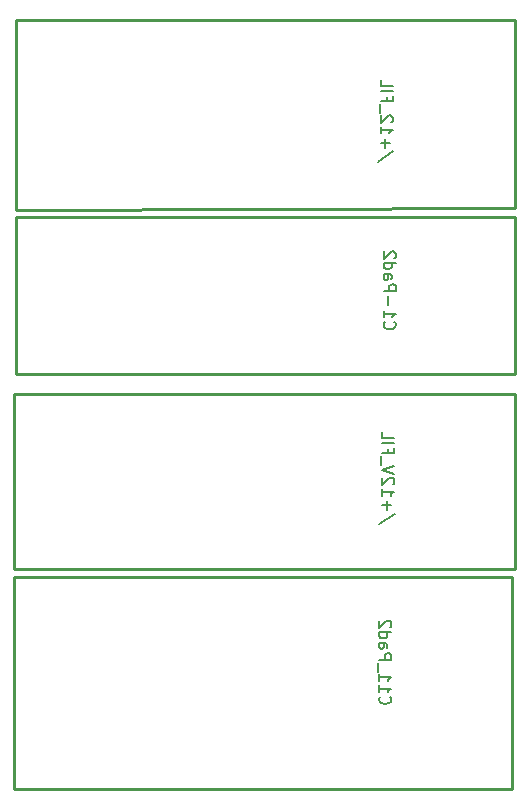
<source format=gbo>
%TF.GenerationSoftware,KiCad,Pcbnew,(6.0.1)*%
%TF.CreationDate,2022-11-04T14:47:35-07:00*%
%TF.ProjectId,TxRev3a,54785265-7633-4612-9e6b-696361645f70,rev?*%
%TF.SameCoordinates,Original*%
%TF.FileFunction,Legend,Bot*%
%TF.FilePolarity,Positive*%
%FSLAX46Y46*%
G04 Gerber Fmt 4.6, Leading zero omitted, Abs format (unit mm)*
G04 Created by KiCad (PCBNEW (6.0.1)) date 2022-11-04 14:47:35*
%MOMM*%
%LPD*%
G01*
G04 APERTURE LIST*
%ADD10C,0.254000*%
%ADD11C,0.150000*%
G04 APERTURE END LIST*
D10*
X164592000Y-76860400D02*
X206883000Y-76708000D01*
X164465000Y-92456000D02*
X164465000Y-107315000D01*
X164592000Y-90805000D02*
X164592000Y-77470000D01*
X164592000Y-77470000D02*
X206883000Y-77470000D01*
D11*
X206629000Y-124206000D02*
X206629000Y-124206000D01*
X206629000Y-124206000D02*
X206629000Y-124206000D01*
X206629000Y-124206000D02*
X206629000Y-124206000D01*
X206629000Y-124206000D02*
X206629000Y-124206000D01*
D10*
X206883000Y-76708000D02*
X206883000Y-60833000D01*
X206908400Y-107315000D02*
X206908400Y-92456000D01*
X206908400Y-92456000D02*
X164465000Y-92456000D01*
X164465000Y-107315000D02*
X206908400Y-107315000D01*
X206883000Y-77470000D02*
X206883000Y-90805000D01*
X206883000Y-60833000D02*
X164592000Y-60833000D01*
X206883000Y-90805000D02*
X164592000Y-90805000D01*
X164592000Y-60833000D02*
X164592000Y-76860400D01*
X164465000Y-107950000D02*
X206654400Y-107950000D01*
X206654400Y-107950000D02*
X206654400Y-125933200D01*
X206654400Y-125933200D02*
X164465000Y-125933200D01*
X164465000Y-125933200D02*
X164465000Y-107950000D01*
D11*
X195857857Y-86359666D02*
X195810238Y-86407285D01*
X195762619Y-86550142D01*
X195762619Y-86645380D01*
X195810238Y-86788238D01*
X195905476Y-86883476D01*
X196000714Y-86931095D01*
X196191190Y-86978714D01*
X196334047Y-86978714D01*
X196524523Y-86931095D01*
X196619761Y-86883476D01*
X196715000Y-86788238D01*
X196762619Y-86645380D01*
X196762619Y-86550142D01*
X196715000Y-86407285D01*
X196667380Y-86359666D01*
X195762619Y-85407285D02*
X195762619Y-85978714D01*
X195762619Y-85693000D02*
X196762619Y-85693000D01*
X196619761Y-85788238D01*
X196524523Y-85883476D01*
X196476904Y-85978714D01*
X196143571Y-84978714D02*
X196143571Y-84216809D01*
X195762619Y-83740619D02*
X196762619Y-83740619D01*
X196762619Y-83359666D01*
X196715000Y-83264428D01*
X196667380Y-83216809D01*
X196572142Y-83169190D01*
X196429285Y-83169190D01*
X196334047Y-83216809D01*
X196286428Y-83264428D01*
X196238809Y-83359666D01*
X196238809Y-83740619D01*
X195762619Y-82312047D02*
X196286428Y-82312047D01*
X196381666Y-82359666D01*
X196429285Y-82454904D01*
X196429285Y-82645380D01*
X196381666Y-82740619D01*
X195810238Y-82312047D02*
X195762619Y-82407285D01*
X195762619Y-82645380D01*
X195810238Y-82740619D01*
X195905476Y-82788238D01*
X196000714Y-82788238D01*
X196095952Y-82740619D01*
X196143571Y-82645380D01*
X196143571Y-82407285D01*
X196191190Y-82312047D01*
X195762619Y-81407285D02*
X196762619Y-81407285D01*
X195810238Y-81407285D02*
X195762619Y-81502523D01*
X195762619Y-81693000D01*
X195810238Y-81788238D01*
X195857857Y-81835857D01*
X195953095Y-81883476D01*
X196238809Y-81883476D01*
X196334047Y-81835857D01*
X196381666Y-81788238D01*
X196429285Y-81693000D01*
X196429285Y-81502523D01*
X196381666Y-81407285D01*
X196667380Y-80978714D02*
X196715000Y-80931095D01*
X196762619Y-80835857D01*
X196762619Y-80597761D01*
X196715000Y-80502523D01*
X196667380Y-80454904D01*
X196572142Y-80407285D01*
X196476904Y-80407285D01*
X196334047Y-80454904D01*
X195762619Y-81026333D01*
X195762619Y-80407285D01*
X196683238Y-102591809D02*
X195397523Y-103448952D01*
X196016571Y-102258476D02*
X196016571Y-101496571D01*
X195635619Y-101877523D02*
X196397523Y-101877523D01*
X195635619Y-100496571D02*
X195635619Y-101068000D01*
X195635619Y-100782285D02*
X196635619Y-100782285D01*
X196492761Y-100877523D01*
X196397523Y-100972761D01*
X196349904Y-101068000D01*
X196540380Y-100115619D02*
X196588000Y-100068000D01*
X196635619Y-99972761D01*
X196635619Y-99734666D01*
X196588000Y-99639428D01*
X196540380Y-99591809D01*
X196445142Y-99544190D01*
X196349904Y-99544190D01*
X196207047Y-99591809D01*
X195635619Y-100163238D01*
X195635619Y-99544190D01*
X196635619Y-99258476D02*
X195635619Y-98925142D01*
X196635619Y-98591809D01*
X195540380Y-98496571D02*
X195540380Y-97734666D01*
X196159428Y-97163238D02*
X196159428Y-97496571D01*
X195635619Y-97496571D02*
X196635619Y-97496571D01*
X196635619Y-97020380D01*
X195635619Y-96639428D02*
X196635619Y-96639428D01*
X195635619Y-95687047D02*
X195635619Y-96163238D01*
X196635619Y-96163238D01*
X196556238Y-71937238D02*
X195270523Y-72794380D01*
X195889571Y-71603904D02*
X195889571Y-70842000D01*
X195508619Y-71222952D02*
X196270523Y-71222952D01*
X195508619Y-69842000D02*
X195508619Y-70413428D01*
X195508619Y-70127714D02*
X196508619Y-70127714D01*
X196365761Y-70222952D01*
X196270523Y-70318190D01*
X196222904Y-70413428D01*
X196413380Y-69461047D02*
X196461000Y-69413428D01*
X196508619Y-69318190D01*
X196508619Y-69080095D01*
X196461000Y-68984857D01*
X196413380Y-68937238D01*
X196318142Y-68889619D01*
X196222904Y-68889619D01*
X196080047Y-68937238D01*
X195508619Y-69508666D01*
X195508619Y-68889619D01*
X195413380Y-68699142D02*
X195413380Y-67937238D01*
X196032428Y-67365809D02*
X196032428Y-67699142D01*
X195508619Y-67699142D02*
X196508619Y-67699142D01*
X196508619Y-67222952D01*
X195508619Y-66842000D02*
X196508619Y-66842000D01*
X195508619Y-65889619D02*
X195508619Y-66365809D01*
X196508619Y-66365809D01*
X195476857Y-118093761D02*
X195429238Y-118141380D01*
X195381619Y-118284238D01*
X195381619Y-118379476D01*
X195429238Y-118522333D01*
X195524476Y-118617571D01*
X195619714Y-118665190D01*
X195810190Y-118712809D01*
X195953047Y-118712809D01*
X196143523Y-118665190D01*
X196238761Y-118617571D01*
X196334000Y-118522333D01*
X196381619Y-118379476D01*
X196381619Y-118284238D01*
X196334000Y-118141380D01*
X196286380Y-118093761D01*
X195381619Y-117141380D02*
X195381619Y-117712809D01*
X195381619Y-117427095D02*
X196381619Y-117427095D01*
X196238761Y-117522333D01*
X196143523Y-117617571D01*
X196095904Y-117712809D01*
X195381619Y-116189000D02*
X195381619Y-116760428D01*
X195381619Y-116474714D02*
X196381619Y-116474714D01*
X196238761Y-116569952D01*
X196143523Y-116665190D01*
X196095904Y-116760428D01*
X195286380Y-115998523D02*
X195286380Y-115236619D01*
X195381619Y-114998523D02*
X196381619Y-114998523D01*
X196381619Y-114617571D01*
X196334000Y-114522333D01*
X196286380Y-114474714D01*
X196191142Y-114427095D01*
X196048285Y-114427095D01*
X195953047Y-114474714D01*
X195905428Y-114522333D01*
X195857809Y-114617571D01*
X195857809Y-114998523D01*
X195381619Y-113569952D02*
X195905428Y-113569952D01*
X196000666Y-113617571D01*
X196048285Y-113712809D01*
X196048285Y-113903285D01*
X196000666Y-113998523D01*
X195429238Y-113569952D02*
X195381619Y-113665190D01*
X195381619Y-113903285D01*
X195429238Y-113998523D01*
X195524476Y-114046142D01*
X195619714Y-114046142D01*
X195714952Y-113998523D01*
X195762571Y-113903285D01*
X195762571Y-113665190D01*
X195810190Y-113569952D01*
X195381619Y-112665190D02*
X196381619Y-112665190D01*
X195429238Y-112665190D02*
X195381619Y-112760428D01*
X195381619Y-112950904D01*
X195429238Y-113046142D01*
X195476857Y-113093761D01*
X195572095Y-113141380D01*
X195857809Y-113141380D01*
X195953047Y-113093761D01*
X196000666Y-113046142D01*
X196048285Y-112950904D01*
X196048285Y-112760428D01*
X196000666Y-112665190D01*
X196286380Y-112236619D02*
X196334000Y-112189000D01*
X196381619Y-112093761D01*
X196381619Y-111855666D01*
X196334000Y-111760428D01*
X196286380Y-111712809D01*
X196191142Y-111665190D01*
X196095904Y-111665190D01*
X195953047Y-111712809D01*
X195381619Y-112284238D01*
X195381619Y-111665190D01*
M02*

</source>
